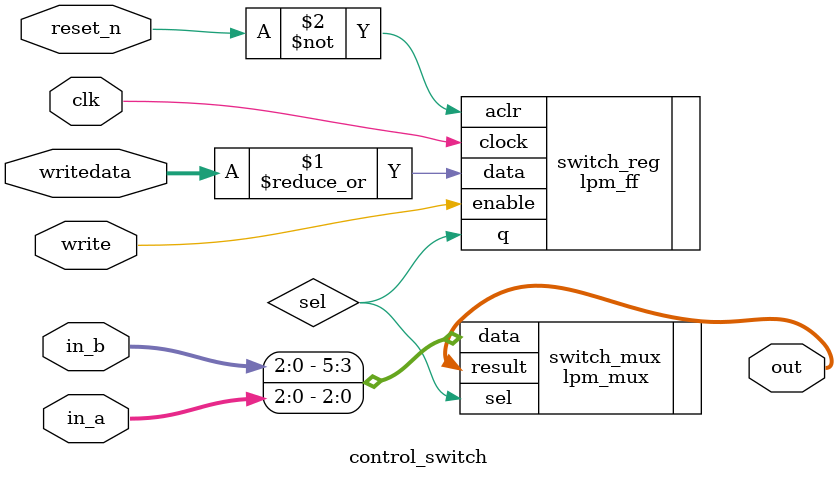
<source format=v>
module control_switch(writedata, write, clk, reset_n, in_a, in_b, out);
  
  input [31:0] writedata;
  input write, clk, reset_n;
  input [2:0] in_a, in_b;
  
  output [2:0] out;
  
  wire sel;
  
  lpm_ff #(.lpm_width(3)) switch_reg(.data(|writedata), .clock(clk), .enable(write), .aclr(~reset_n), .q(sel));
  lpm_mux #(.lpm_width(3), .lpm_widths(1), .lpm_size(2)) switch_mux(.data({in_b, in_a}), .sel(sel), .result(out));
  
endmodule
</source>
